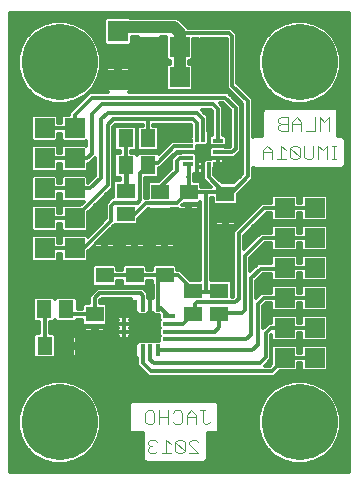
<source format=gbr>
G75*
G70*
%OFA0B0*%
%FSLAX24Y24*%
%IPPOS*%
%LPD*%
%AMOC8*
5,1,8,0,0,1.08239X$1,22.5*
%
%ADD10C,0.0040*%
%ADD11R,0.0340X0.0120*%
%ADD12R,0.0120X0.0340*%
%ADD13R,0.0394X0.0138*%
%ADD14R,0.0138X0.0394*%
%ADD15R,0.0591X0.0512*%
%ADD16R,0.0650X0.0650*%
%ADD17R,0.0512X0.0591*%
%ADD18C,0.2540*%
%ADD19R,0.0669X0.0709*%
%ADD20C,0.0120*%
%ADD21C,0.0400*%
%ADD22C,0.0160*%
D10*
X005467Y003107D02*
X005467Y003414D01*
X005543Y003490D01*
X005697Y003490D01*
X005773Y003414D01*
X005773Y003107D01*
X005697Y003030D01*
X005543Y003030D01*
X005467Y003107D01*
X005927Y003030D02*
X005927Y003490D01*
X005927Y003260D02*
X006234Y003260D01*
X006387Y003107D02*
X006464Y003030D01*
X006617Y003030D01*
X006694Y003107D01*
X006694Y003414D01*
X006617Y003490D01*
X006464Y003490D01*
X006387Y003414D01*
X006234Y003490D02*
X006234Y003030D01*
X006166Y002515D02*
X006166Y002055D01*
X006319Y002055D02*
X006012Y002055D01*
X005859Y002132D02*
X005782Y002055D01*
X005629Y002055D01*
X005552Y002132D01*
X005552Y002208D01*
X005629Y002285D01*
X005705Y002285D01*
X005629Y002285D02*
X005552Y002362D01*
X005552Y002439D01*
X005629Y002515D01*
X005782Y002515D01*
X005859Y002439D01*
X006166Y002515D02*
X006319Y002362D01*
X006473Y002439D02*
X006473Y002132D01*
X006549Y002055D01*
X006703Y002055D01*
X006780Y002132D01*
X006473Y002439D01*
X006549Y002515D01*
X006703Y002515D01*
X006780Y002439D01*
X006780Y002132D01*
X006933Y002055D02*
X007240Y002055D01*
X006933Y002362D01*
X006933Y002439D01*
X007010Y002515D01*
X007163Y002515D01*
X007240Y002439D01*
X007155Y003030D02*
X007155Y003337D01*
X007001Y003490D01*
X006848Y003337D01*
X006848Y003030D01*
X006848Y003260D02*
X007155Y003260D01*
X007308Y003490D02*
X007462Y003490D01*
X007385Y003490D02*
X007385Y003107D01*
X007462Y003030D01*
X007538Y003030D01*
X007615Y003107D01*
X009385Y011855D02*
X009385Y012162D01*
X009538Y012315D01*
X009692Y012162D01*
X009692Y011855D01*
X009845Y011855D02*
X010152Y011855D01*
X009998Y011855D02*
X009998Y012315D01*
X010152Y012162D01*
X010305Y012239D02*
X010612Y011932D01*
X010536Y011855D01*
X010382Y011855D01*
X010305Y011932D01*
X010305Y012239D01*
X010382Y012315D01*
X010536Y012315D01*
X010612Y012239D01*
X010612Y011932D01*
X010766Y011932D02*
X010766Y012315D01*
X011073Y012315D02*
X011073Y011932D01*
X010996Y011855D01*
X010842Y011855D01*
X010766Y011932D01*
X011226Y011855D02*
X011226Y012315D01*
X011380Y012162D01*
X011533Y012315D01*
X011533Y011855D01*
X011687Y011855D02*
X011840Y011855D01*
X011763Y011855D02*
X011763Y012315D01*
X011687Y012315D02*
X011840Y012315D01*
X011590Y012805D02*
X011590Y013265D01*
X011437Y013112D01*
X011283Y013265D01*
X011283Y012805D01*
X011130Y012805D02*
X010823Y012805D01*
X010669Y012805D02*
X010669Y013112D01*
X010516Y013265D01*
X010362Y013112D01*
X010362Y012805D01*
X010209Y012805D02*
X009979Y012805D01*
X009902Y012882D01*
X009902Y012958D01*
X009979Y013035D01*
X010209Y013035D01*
X010362Y013035D02*
X010669Y013035D01*
X011130Y013265D02*
X011130Y012805D01*
X010209Y012805D02*
X010209Y013265D01*
X009979Y013265D01*
X009902Y013189D01*
X009902Y013112D01*
X009979Y013035D01*
X009692Y012085D02*
X009385Y012085D01*
D11*
X007885Y012085D03*
X007885Y011885D03*
X007885Y011695D03*
X007885Y012285D03*
X007885Y012475D03*
X006885Y012475D03*
X006885Y012285D03*
X006885Y012085D03*
X006885Y011885D03*
X006885Y011695D03*
D12*
X007185Y011585D03*
X007385Y011585D03*
X007585Y011585D03*
X007585Y012585D03*
X007385Y012585D03*
X007185Y012585D03*
D13*
X006258Y006619D03*
X006258Y006363D03*
X006258Y006107D03*
X006258Y005851D03*
X004762Y005851D03*
X004762Y006107D03*
X004762Y006363D03*
X004762Y006619D03*
D14*
X005126Y006983D03*
X005382Y006983D03*
X005638Y006983D03*
X005894Y006983D03*
X005894Y005487D03*
X005638Y005487D03*
X005382Y005487D03*
X005126Y005487D03*
D15*
X003785Y005936D03*
X003785Y006684D03*
X004110Y007986D03*
X004110Y008734D03*
X005110Y008734D03*
X005110Y007986D03*
X006110Y007986D03*
X006110Y008734D03*
X005960Y010011D03*
X005960Y010759D03*
X006910Y010759D03*
X006910Y010011D03*
X008135Y009961D03*
X008135Y010709D03*
X007935Y007459D03*
X007935Y006711D03*
X007060Y006711D03*
X007060Y007459D03*
X004810Y010036D03*
X004810Y010784D03*
D16*
X003110Y010885D03*
X003110Y011885D03*
X003110Y012885D03*
X002110Y012885D03*
X002110Y011885D03*
X002110Y010885D03*
X002110Y009885D03*
X002110Y008885D03*
X003110Y008885D03*
X003110Y009885D03*
X005610Y014585D03*
X005610Y015585D03*
X006610Y015585D03*
X006610Y014585D03*
X007610Y014585D03*
X007610Y015585D03*
X010110Y010235D03*
X010110Y009235D03*
X010110Y008235D03*
X010110Y007235D03*
X010110Y006235D03*
X010110Y005235D03*
X011110Y005235D03*
X011110Y006235D03*
X011110Y007235D03*
X011110Y008235D03*
X011110Y009235D03*
X011110Y010235D03*
D17*
X005559Y011660D03*
X005559Y012560D03*
X004811Y012560D03*
X004811Y011660D03*
X002834Y006860D03*
X002086Y006860D03*
X002111Y005635D03*
X002859Y005635D03*
D18*
X002610Y003085D03*
X010610Y003085D03*
X010610Y015085D03*
X002610Y015085D03*
D19*
X004560Y014503D03*
X004560Y016117D03*
D20*
X000970Y016725D02*
X000970Y001445D01*
X012250Y001445D01*
X012250Y016725D01*
X000970Y016725D01*
X000970Y016609D02*
X012250Y016609D01*
X012250Y016490D02*
X006633Y016490D01*
X006591Y016531D02*
X006474Y016580D01*
X004956Y016580D01*
X004944Y016591D01*
X004176Y016591D01*
X004105Y016521D01*
X004105Y015713D01*
X004176Y015643D01*
X004944Y015643D01*
X005015Y015713D01*
X005015Y015940D01*
X005232Y015940D01*
X005225Y015922D01*
X005225Y015613D01*
X005582Y015613D01*
X005582Y015557D01*
X005638Y015557D01*
X005638Y015613D01*
X005995Y015613D01*
X005995Y015922D01*
X005988Y015940D01*
X006165Y015940D01*
X006165Y015210D01*
X006235Y015140D01*
X006290Y015140D01*
X006290Y015030D01*
X006235Y015030D01*
X006165Y014960D01*
X006165Y014210D01*
X006235Y014140D01*
X006985Y014140D01*
X007055Y014210D01*
X007055Y014960D01*
X006985Y015030D01*
X006930Y015030D01*
X006930Y015140D01*
X006985Y015140D01*
X007055Y015210D01*
X007055Y015880D01*
X007225Y015880D01*
X007225Y015613D01*
X007582Y015613D01*
X007582Y015557D01*
X007638Y015557D01*
X007638Y015613D01*
X007995Y015613D01*
X007995Y015880D01*
X008180Y015880D01*
X008180Y014235D01*
X008285Y014130D01*
X008705Y013710D01*
X008705Y011360D01*
X008430Y011085D01*
X008014Y011085D01*
X007765Y011334D01*
X007765Y011575D01*
X007885Y011575D01*
X008067Y011575D01*
X008089Y011584D01*
X008106Y011601D01*
X008115Y011623D01*
X008115Y011695D01*
X008115Y011767D01*
X008106Y011789D01*
X008105Y011790D01*
X008106Y011791D01*
X008115Y011813D01*
X008115Y011885D01*
X008115Y011905D01*
X008435Y011905D01*
X008560Y012030D01*
X008665Y012135D01*
X008665Y013635D01*
X008315Y013985D01*
X008210Y014090D01*
X004910Y014090D01*
X004929Y014098D01*
X004946Y014115D01*
X004955Y014137D01*
X004955Y014443D01*
X004620Y014443D01*
X004620Y014563D01*
X004500Y014563D01*
X004500Y014917D01*
X004213Y014917D01*
X004191Y014908D01*
X004174Y014891D01*
X004165Y014869D01*
X004165Y014563D01*
X004500Y014563D01*
X004500Y014443D01*
X004165Y014443D01*
X004165Y014137D01*
X004174Y014115D01*
X004191Y014098D01*
X004210Y014090D01*
X003610Y014090D01*
X003035Y013515D01*
X002930Y013410D01*
X002930Y013330D01*
X002735Y013330D01*
X002665Y013260D01*
X002665Y013065D01*
X002555Y013065D01*
X002555Y013260D01*
X002485Y013330D01*
X001735Y013330D01*
X001665Y013260D01*
X001665Y012510D01*
X001735Y012440D01*
X002485Y012440D01*
X002555Y012510D01*
X002555Y012705D01*
X002665Y012705D01*
X002665Y012510D01*
X002735Y012440D01*
X003485Y012440D01*
X003505Y012460D01*
X003505Y012310D01*
X003485Y012330D01*
X002735Y012330D01*
X002665Y012260D01*
X002665Y012065D01*
X002555Y012065D01*
X002555Y012260D01*
X002485Y012330D01*
X001735Y012330D01*
X001665Y012260D01*
X001665Y011510D01*
X001735Y011440D01*
X002485Y011440D01*
X002555Y011510D01*
X002555Y011705D01*
X002665Y011705D01*
X002665Y011510D01*
X002735Y011440D01*
X003485Y011440D01*
X003555Y011510D01*
X003555Y011705D01*
X003610Y011705D01*
X003805Y011900D01*
X003805Y011310D01*
X003560Y011065D01*
X003555Y011065D01*
X003555Y011260D01*
X003485Y011330D01*
X002735Y011330D01*
X002665Y011260D01*
X002665Y011065D01*
X002555Y011065D01*
X002555Y011260D01*
X002485Y011330D01*
X001735Y011330D01*
X001665Y011260D01*
X001665Y010510D01*
X001735Y010440D01*
X002485Y010440D01*
X002555Y010510D01*
X002555Y010705D01*
X002665Y010705D01*
X002665Y010510D01*
X002735Y010440D01*
X003410Y010440D01*
X003300Y010330D01*
X002735Y010330D01*
X002665Y010260D01*
X002665Y010065D01*
X002555Y010065D01*
X002555Y010260D01*
X002485Y010330D01*
X001735Y010330D01*
X001665Y010260D01*
X001665Y009510D01*
X001735Y009440D01*
X002485Y009440D01*
X002555Y009510D01*
X002555Y009705D01*
X002665Y009705D01*
X002665Y009510D01*
X002735Y009440D01*
X003485Y009440D01*
X003555Y009510D01*
X003555Y010075D01*
X004390Y010910D01*
X004390Y012935D01*
X004465Y012935D01*
X004435Y012905D02*
X004435Y012215D01*
X004505Y012145D01*
X004631Y012145D01*
X004631Y012075D01*
X004505Y012075D01*
X004435Y012005D01*
X004435Y011315D01*
X004505Y011245D01*
X004611Y011245D01*
X004611Y011160D01*
X004465Y011160D01*
X004395Y011090D01*
X004395Y010590D01*
X004360Y010590D01*
X004255Y010485D01*
X004155Y010385D01*
X004155Y009885D01*
X003543Y009272D01*
X003485Y009330D01*
X002735Y009330D01*
X002665Y009260D01*
X002665Y009065D01*
X002555Y009065D01*
X002555Y009260D01*
X002485Y009330D01*
X001735Y009330D01*
X001665Y009260D01*
X001665Y008510D01*
X001735Y008440D01*
X002485Y008440D01*
X002555Y008510D01*
X002555Y008705D01*
X002665Y008705D01*
X002665Y008510D01*
X002735Y008440D01*
X003485Y008440D01*
X003555Y008510D01*
X003555Y008775D01*
X003755Y008975D01*
X003755Y008794D01*
X004050Y008794D01*
X004050Y008674D01*
X004170Y008674D01*
X004170Y008418D01*
X004417Y008418D01*
X004439Y008427D01*
X004456Y008444D01*
X004465Y008466D01*
X004465Y008674D01*
X004170Y008674D01*
X004170Y008794D01*
X004465Y008794D01*
X004465Y009002D01*
X004456Y009024D01*
X004439Y009041D01*
X004417Y009050D01*
X004170Y009050D01*
X004170Y008794D01*
X004050Y008794D01*
X004050Y009050D01*
X003829Y009050D01*
X004410Y009630D01*
X004452Y009673D01*
X004465Y009660D01*
X005155Y009660D01*
X005225Y009730D01*
X005225Y009871D01*
X005560Y010205D01*
X005605Y010205D01*
X005605Y010071D01*
X005900Y010071D01*
X005900Y009951D01*
X005605Y009951D01*
X005605Y009743D01*
X005614Y009721D01*
X005631Y009704D01*
X005653Y009695D01*
X005900Y009695D01*
X005900Y009951D01*
X006020Y009951D01*
X006020Y010071D01*
X006315Y010071D01*
X006315Y010205D01*
X006555Y010205D01*
X006555Y010071D01*
X006850Y010071D01*
X006850Y010327D01*
X006706Y010327D01*
X006763Y010383D01*
X007255Y010383D01*
X007305Y010433D01*
X007305Y007835D01*
X006965Y007835D01*
X006634Y008166D01*
X006525Y008166D01*
X006525Y008292D01*
X006455Y008362D01*
X005765Y008362D01*
X005695Y008292D01*
X005695Y008166D01*
X005525Y008166D01*
X005525Y008292D01*
X005455Y008362D01*
X004765Y008362D01*
X004695Y008292D01*
X004695Y008166D01*
X004525Y008166D01*
X004525Y008292D01*
X004455Y008362D01*
X003765Y008362D01*
X003695Y008292D01*
X003695Y007680D01*
X003765Y007610D01*
X004455Y007610D01*
X004525Y007680D01*
X004525Y007806D01*
X004695Y007806D01*
X004695Y007680D01*
X004765Y007610D01*
X005455Y007610D01*
X005525Y007680D01*
X005525Y007806D01*
X005695Y007806D01*
X005695Y007680D01*
X005714Y007661D01*
X005714Y007240D01*
X005638Y007240D01*
X005638Y006983D01*
X005638Y006726D01*
X005715Y006726D01*
X005775Y006666D01*
X005941Y006666D01*
X005941Y006500D01*
X005951Y006491D01*
X005941Y006482D01*
X005941Y006244D01*
X005951Y006235D01*
X005941Y006226D01*
X005941Y005988D01*
X005951Y005979D01*
X005941Y005970D01*
X005941Y005804D01*
X005775Y005804D01*
X005766Y005794D01*
X005757Y005804D01*
X005519Y005804D01*
X005510Y005794D01*
X005501Y005804D01*
X005263Y005804D01*
X005203Y005744D01*
X005126Y005744D01*
X005045Y005744D01*
X005023Y005735D01*
X005006Y005718D01*
X004997Y005696D01*
X004997Y005487D01*
X005126Y005487D01*
X005126Y005487D01*
X004997Y005487D01*
X004997Y005278D01*
X005006Y005256D01*
X005023Y005239D01*
X005045Y005230D01*
X005126Y005230D01*
X005126Y005487D01*
X005126Y005744D01*
X005126Y005487D01*
X005126Y005487D01*
X005126Y005487D01*
X005126Y005230D01*
X005202Y005230D01*
X005202Y004988D01*
X005480Y004710D01*
X005585Y004605D01*
X009760Y004605D01*
X009945Y004790D01*
X010485Y004790D01*
X010555Y004860D01*
X010555Y005055D01*
X010665Y005055D01*
X010665Y004860D01*
X010735Y004790D01*
X011485Y004790D01*
X011555Y004860D01*
X011555Y005610D01*
X011485Y005680D01*
X010735Y005680D01*
X010665Y005610D01*
X010665Y005415D01*
X010555Y005415D01*
X010555Y005610D01*
X010485Y005680D01*
X009735Y005680D01*
X009665Y005610D01*
X009665Y005020D01*
X009610Y004965D01*
X009445Y004965D01*
X009560Y005080D01*
X009665Y005185D01*
X009665Y005985D01*
X009665Y005985D01*
X009665Y005860D01*
X009735Y005790D01*
X010485Y005790D01*
X010555Y005860D01*
X010555Y006055D01*
X010665Y006055D01*
X010665Y005860D01*
X010735Y005790D01*
X011485Y005790D01*
X011555Y005860D01*
X011555Y006610D01*
X011485Y006680D01*
X010735Y006680D01*
X010665Y006610D01*
X010665Y006415D01*
X010555Y006415D01*
X010555Y006610D01*
X010485Y006680D01*
X009735Y006680D01*
X009665Y006610D01*
X009665Y006415D01*
X009585Y006415D01*
X009480Y006310D01*
X009390Y006220D01*
X009390Y006960D01*
X009485Y007055D01*
X009665Y007055D01*
X009665Y006860D01*
X009735Y006790D01*
X010485Y006790D01*
X010555Y006860D01*
X010555Y007055D01*
X010665Y007055D01*
X010665Y006860D01*
X010735Y006790D01*
X011485Y006790D01*
X011555Y006860D01*
X011555Y007610D01*
X011485Y007680D01*
X010735Y007680D01*
X010665Y007610D01*
X010665Y007415D01*
X010555Y007415D01*
X010555Y007610D01*
X010485Y007680D01*
X009735Y007680D01*
X009665Y007610D01*
X009665Y007415D01*
X009335Y007415D01*
X009230Y007310D01*
X009165Y007245D01*
X009165Y007810D01*
X009385Y008030D01*
X009665Y008030D01*
X009665Y007860D01*
X009735Y007790D01*
X010485Y007790D01*
X010555Y007860D01*
X010555Y008055D01*
X010665Y008055D01*
X010665Y007860D01*
X010735Y007790D01*
X011485Y007790D01*
X011555Y007860D01*
X011555Y008610D01*
X011485Y008680D01*
X010735Y008680D01*
X010665Y008610D01*
X010665Y008415D01*
X010555Y008415D01*
X010555Y008610D01*
X010485Y008680D01*
X009735Y008680D01*
X009665Y008610D01*
X009665Y008390D01*
X009235Y008390D01*
X009130Y008285D01*
X008965Y008120D01*
X008965Y008560D01*
X009460Y009055D01*
X009665Y009055D01*
X009665Y008860D01*
X009735Y008790D01*
X010485Y008790D01*
X010555Y008860D01*
X010555Y009055D01*
X010665Y009055D01*
X010665Y008860D01*
X010735Y008790D01*
X011485Y008790D01*
X011555Y008860D01*
X011555Y009610D01*
X011485Y009680D01*
X010735Y009680D01*
X010665Y009610D01*
X010665Y009415D01*
X010555Y009415D01*
X010555Y009610D01*
X010485Y009680D01*
X009735Y009680D01*
X009665Y009610D01*
X009665Y009415D01*
X009310Y009415D01*
X009205Y009310D01*
X008765Y008870D01*
X008765Y009310D01*
X009510Y010055D01*
X009665Y010055D01*
X009665Y009860D01*
X009735Y009790D01*
X010485Y009790D01*
X010555Y009860D01*
X010555Y010055D01*
X010665Y010055D01*
X010665Y009860D01*
X010735Y009790D01*
X011485Y009790D01*
X011555Y009860D01*
X011555Y010610D01*
X011485Y010680D01*
X010735Y010680D01*
X010665Y010610D01*
X010665Y010415D01*
X010555Y010415D01*
X010555Y010610D01*
X010485Y010680D01*
X009735Y010680D01*
X009665Y010610D01*
X009665Y010415D01*
X009360Y010415D01*
X009255Y010310D01*
X008510Y009565D01*
X008405Y009460D01*
X008405Y007285D01*
X008385Y007265D01*
X008350Y007265D01*
X008350Y007765D01*
X008280Y007835D01*
X007665Y007835D01*
X007665Y010580D01*
X007720Y010580D01*
X007720Y010403D01*
X007790Y010333D01*
X008480Y010333D01*
X008550Y010403D01*
X008550Y010696D01*
X008960Y011105D01*
X009065Y011210D01*
X009065Y011556D01*
X009079Y011551D01*
X009097Y011548D01*
X012036Y011548D01*
X012055Y011551D01*
X012073Y011557D01*
X012090Y011566D01*
X012105Y011577D01*
X012118Y011590D01*
X012129Y011605D01*
X012138Y011622D01*
X012144Y011640D01*
X012147Y011659D01*
X012147Y012511D01*
X012144Y012530D01*
X012138Y012548D01*
X012129Y012565D01*
X012118Y012580D01*
X012105Y012593D01*
X012090Y012604D01*
X012073Y012613D01*
X012055Y012619D01*
X012036Y012622D01*
X011897Y012622D01*
X011897Y013461D01*
X011894Y013480D01*
X011888Y013498D01*
X011879Y013515D01*
X011868Y013530D01*
X011855Y013543D01*
X011840Y013554D01*
X011823Y013563D01*
X011805Y013569D01*
X011786Y013572D01*
X009484Y013572D01*
X009465Y013569D01*
X009447Y013563D01*
X009430Y013554D01*
X009415Y013543D01*
X009401Y013530D01*
X009390Y013515D01*
X009382Y013498D01*
X009376Y013480D01*
X009373Y013461D01*
X009373Y012622D01*
X009097Y012622D01*
X009079Y012619D01*
X009065Y012614D01*
X009065Y013860D01*
X008540Y014385D01*
X008540Y016035D01*
X008435Y016140D01*
X008435Y016140D01*
X008335Y016240D01*
X006882Y016240D01*
X006881Y016241D01*
X006791Y016331D01*
X006681Y016441D01*
X006681Y016441D01*
X006591Y016531D01*
X006751Y016372D02*
X010058Y016372D01*
X010073Y016380D02*
X009757Y016197D01*
X009498Y015938D01*
X009315Y015622D01*
X009220Y015268D01*
X009220Y014902D01*
X009315Y014548D01*
X009498Y014232D01*
X009757Y013973D01*
X010073Y013790D01*
X010427Y013695D01*
X010793Y013695D01*
X011147Y013790D01*
X011463Y013973D01*
X011722Y014232D01*
X011905Y014548D01*
X012000Y014902D01*
X012000Y015268D01*
X011905Y015622D01*
X011722Y015938D01*
X011463Y016197D01*
X011147Y016380D01*
X010793Y016475D01*
X010427Y016475D01*
X010073Y016380D01*
X009853Y016253D02*
X006870Y016253D01*
X006791Y016331D02*
X006791Y016331D01*
X006610Y016060D02*
X008260Y016060D01*
X008360Y015960D01*
X008360Y014310D01*
X008885Y013785D01*
X008885Y011285D01*
X008310Y010710D01*
X008185Y010710D01*
X008185Y010735D01*
X008210Y010710D01*
X008185Y010710D02*
X008160Y010735D01*
X008185Y010735D01*
X008160Y010735D02*
X008135Y010710D01*
X008135Y010709D01*
X007585Y011259D01*
X007585Y011585D01*
X007765Y011513D02*
X008705Y011513D01*
X008705Y011395D02*
X007765Y011395D01*
X007823Y011276D02*
X008621Y011276D01*
X008503Y011158D02*
X007941Y011158D01*
X007649Y010940D02*
X007325Y010940D01*
X007325Y011065D01*
X007255Y011135D01*
X007090Y011135D01*
X007090Y011365D01*
X007091Y011364D01*
X007113Y011355D01*
X007185Y011355D01*
X007257Y011355D01*
X007279Y011364D01*
X007285Y011370D01*
X007291Y011364D01*
X007313Y011355D01*
X007385Y011355D01*
X007405Y011355D01*
X007405Y011184D01*
X007649Y010940D01*
X007550Y011039D02*
X007325Y011039D01*
X007432Y011158D02*
X007090Y011158D01*
X007090Y011276D02*
X007405Y011276D01*
X007385Y011355D02*
X007385Y011585D01*
X007385Y011585D01*
X007385Y011815D01*
X007415Y011815D01*
X007475Y011875D01*
X007655Y011875D01*
X007655Y011885D01*
X007885Y011885D01*
X008115Y011885D01*
X007885Y011885D01*
X007885Y011885D01*
X007885Y011695D01*
X008115Y011695D01*
X007885Y011695D01*
X007885Y011695D01*
X007885Y011695D01*
X007885Y011575D01*
X007885Y011695D01*
X007885Y011695D01*
X007885Y011765D01*
X007885Y011885D01*
X007885Y011885D01*
X007885Y011885D01*
X007655Y011885D01*
X007655Y011915D01*
X007595Y011975D01*
X007595Y012195D01*
X007655Y012255D01*
X007655Y012285D01*
X007885Y012285D01*
X008115Y012285D01*
X008115Y012305D01*
X008175Y012365D01*
X008175Y012585D01*
X008105Y012655D01*
X008065Y012655D01*
X008065Y013610D01*
X007945Y013730D01*
X008060Y013730D01*
X008305Y013485D01*
X008305Y012285D01*
X008285Y012265D01*
X008115Y012265D01*
X008115Y012285D01*
X007885Y012285D01*
X007885Y012285D01*
X007885Y012285D01*
X007655Y012285D01*
X007655Y012305D01*
X007605Y012355D01*
X007585Y012355D01*
X007585Y012585D01*
X007585Y012585D01*
X007585Y012815D01*
X007657Y012815D01*
X007679Y012806D01*
X007696Y012789D01*
X007705Y012767D01*
X007705Y012655D01*
X007705Y012655D01*
X007705Y013460D01*
X007660Y013505D01*
X007345Y013505D01*
X007365Y013485D01*
X007565Y013285D01*
X007565Y012815D01*
X007585Y012815D01*
X007585Y012585D01*
X007585Y012585D01*
X007585Y012355D01*
X007555Y012355D01*
X007495Y012295D01*
X007175Y012295D01*
X007175Y012175D01*
X007115Y012115D01*
X007115Y012085D01*
X006885Y012085D01*
X006885Y012085D01*
X006885Y012085D01*
X006655Y012085D01*
X006655Y012105D01*
X006510Y012105D01*
X006065Y011660D01*
X005960Y011555D01*
X005935Y011555D01*
X005935Y011315D01*
X005865Y011245D01*
X005465Y011245D01*
X005465Y010565D01*
X005545Y010565D01*
X005465Y010565D01*
X005545Y010565D02*
X005545Y011065D01*
X005615Y011135D01*
X005930Y011135D01*
X006330Y011535D01*
X006330Y011860D01*
X006430Y011960D01*
X006535Y012065D01*
X006655Y012065D01*
X006655Y012085D01*
X006885Y012085D01*
X007115Y012085D01*
X007115Y012055D01*
X007175Y011995D01*
X007175Y011815D01*
X007185Y011815D01*
X007185Y011585D01*
X007185Y011585D01*
X007305Y011585D01*
X007385Y011585D01*
X007385Y011585D01*
X007385Y011815D01*
X007313Y011815D01*
X007291Y011806D01*
X007285Y011800D01*
X007279Y011806D01*
X007257Y011815D01*
X007185Y011815D01*
X007185Y011585D01*
X007185Y011585D01*
X007185Y011355D01*
X007185Y011585D01*
X007185Y011585D01*
X007385Y011585D01*
X007385Y011585D01*
X007385Y011355D01*
X007385Y011395D02*
X007385Y011395D01*
X007385Y011513D02*
X007385Y011513D01*
X007385Y011632D02*
X007385Y011632D01*
X007385Y011750D02*
X007385Y011750D01*
X007469Y011869D02*
X007175Y011869D01*
X007175Y011987D02*
X007595Y011987D01*
X007595Y012106D02*
X007115Y012106D01*
X007175Y012224D02*
X007624Y012224D01*
X007618Y012343D02*
X007542Y012343D01*
X007585Y012461D02*
X007585Y012461D01*
X007585Y012580D02*
X007585Y012580D01*
X007585Y012698D02*
X007585Y012698D01*
X007705Y012698D02*
X007705Y012698D01*
X007705Y012817D02*
X007565Y012817D01*
X007565Y012935D02*
X007705Y012935D01*
X007705Y013054D02*
X007565Y013054D01*
X007565Y013172D02*
X007705Y013172D01*
X007705Y013291D02*
X007559Y013291D01*
X007441Y013409D02*
X007705Y013409D01*
X007885Y013535D02*
X007735Y013685D01*
X004010Y013685D01*
X003685Y013360D01*
X003685Y012035D01*
X003535Y011885D01*
X003110Y011885D01*
X002110Y011885D01*
X001665Y011869D02*
X000970Y011869D01*
X000970Y011987D02*
X001665Y011987D01*
X001665Y012106D02*
X000970Y012106D01*
X000970Y012224D02*
X001665Y012224D01*
X001714Y012461D02*
X000970Y012461D01*
X000970Y012343D02*
X003505Y012343D01*
X003773Y011869D02*
X003805Y011869D01*
X003805Y011750D02*
X003655Y011750D01*
X003555Y011632D02*
X003805Y011632D01*
X003805Y011513D02*
X003555Y011513D01*
X003805Y011395D02*
X000970Y011395D01*
X000970Y011513D02*
X001665Y011513D01*
X001665Y011632D02*
X000970Y011632D01*
X000970Y011750D02*
X001665Y011750D01*
X001681Y011276D02*
X000970Y011276D01*
X000970Y011158D02*
X001665Y011158D01*
X001665Y011039D02*
X000970Y011039D01*
X000970Y010921D02*
X001665Y010921D01*
X001665Y010802D02*
X000970Y010802D01*
X000970Y010684D02*
X001665Y010684D01*
X001665Y010565D02*
X000970Y010565D01*
X000970Y010447D02*
X001729Y010447D01*
X001733Y010328D02*
X000970Y010328D01*
X000970Y010210D02*
X001665Y010210D01*
X001665Y010091D02*
X000970Y010091D01*
X000970Y009973D02*
X001665Y009973D01*
X001665Y009854D02*
X000970Y009854D01*
X000970Y009736D02*
X001665Y009736D01*
X001665Y009617D02*
X000970Y009617D01*
X000970Y009499D02*
X001677Y009499D01*
X001667Y009262D02*
X000970Y009262D01*
X000970Y009380D02*
X003650Y009380D01*
X003543Y009499D02*
X003769Y009499D01*
X003887Y009617D02*
X003555Y009617D01*
X003555Y009736D02*
X004006Y009736D01*
X004124Y009854D02*
X003555Y009854D01*
X003555Y009973D02*
X004155Y009973D01*
X004155Y010091D02*
X003571Y010091D01*
X003689Y010210D02*
X004155Y010210D01*
X004155Y010328D02*
X003808Y010328D01*
X003926Y010447D02*
X004217Y010447D01*
X004335Y010565D02*
X004045Y010565D01*
X004163Y010684D02*
X004395Y010684D01*
X004395Y010802D02*
X004282Y010802D01*
X004390Y010921D02*
X004395Y010921D01*
X004390Y011039D02*
X004395Y011039D01*
X004390Y011158D02*
X004463Y011158D01*
X004474Y011276D02*
X004390Y011276D01*
X004390Y011395D02*
X004435Y011395D01*
X004435Y011513D02*
X004390Y011513D01*
X004390Y011632D02*
X004435Y011632D01*
X004435Y011750D02*
X004390Y011750D01*
X004390Y011869D02*
X004435Y011869D01*
X004435Y011987D02*
X004390Y011987D01*
X004390Y012106D02*
X004631Y012106D01*
X004435Y012224D02*
X004390Y012224D01*
X004390Y012343D02*
X004435Y012343D01*
X004435Y012461D02*
X004390Y012461D01*
X004390Y012580D02*
X004435Y012580D01*
X004435Y012698D02*
X004390Y012698D01*
X004390Y012817D02*
X004435Y012817D01*
X004435Y012905D02*
X004505Y012975D01*
X005117Y012975D01*
X005185Y012907D01*
X005253Y012975D01*
X005379Y012975D01*
X005379Y013005D01*
X004460Y013005D01*
X004390Y012935D01*
X004210Y013010D02*
X004385Y013185D01*
X005560Y013185D01*
X005559Y013184D01*
X005559Y012560D01*
X005935Y012580D02*
X006675Y012580D01*
X006681Y012586D02*
X006664Y012569D01*
X006655Y012547D01*
X006655Y012475D01*
X006885Y012475D01*
X006150Y012475D01*
X006035Y012360D01*
X006035Y012235D01*
X005910Y012110D01*
X005235Y012110D01*
X005185Y012160D01*
X005185Y012960D01*
X005160Y012985D01*
X005157Y012935D02*
X005213Y012935D01*
X005560Y013185D02*
X007060Y013185D01*
X007185Y013060D01*
X007185Y012585D01*
X007005Y012595D02*
X006885Y012595D01*
X006885Y012475D01*
X006885Y012475D01*
X006885Y012475D01*
X006885Y012595D01*
X006703Y012595D01*
X006681Y012586D01*
X006655Y012475D02*
X006655Y012465D01*
X006360Y012465D01*
X005918Y012022D01*
X005865Y012075D01*
X005253Y012075D01*
X005185Y012007D01*
X005117Y012075D01*
X004991Y012075D01*
X004991Y012145D01*
X005117Y012145D01*
X005185Y012213D01*
X005253Y012145D01*
X005865Y012145D01*
X005935Y012215D01*
X005935Y012905D01*
X005865Y012975D01*
X005739Y012975D01*
X005739Y013005D01*
X006985Y013005D01*
X007005Y012985D01*
X007005Y012595D01*
X007005Y012698D02*
X005935Y012698D01*
X005935Y012817D02*
X007005Y012817D01*
X007005Y012935D02*
X005905Y012935D01*
X005935Y012461D02*
X006356Y012461D01*
X006238Y012343D02*
X005935Y012343D01*
X005935Y012224D02*
X006119Y012224D01*
X006001Y012106D02*
X004991Y012106D01*
X004835Y011685D02*
X004811Y011661D01*
X004810Y011660D01*
X004811Y011661D02*
X004811Y012560D01*
X004210Y013010D02*
X004210Y010985D01*
X003110Y009885D01*
X002110Y009885D01*
X002487Y010328D02*
X002733Y010328D01*
X002729Y010447D02*
X002491Y010447D01*
X002555Y010565D02*
X002665Y010565D01*
X002665Y010684D02*
X002555Y010684D01*
X002555Y011158D02*
X002665Y011158D01*
X002681Y011276D02*
X002539Y011276D01*
X002555Y011513D02*
X002665Y011513D01*
X002665Y011632D02*
X002555Y011632D01*
X002555Y012106D02*
X002665Y012106D01*
X002665Y012224D02*
X002555Y012224D01*
X002506Y012461D02*
X002714Y012461D01*
X002665Y012580D02*
X002555Y012580D01*
X002555Y012698D02*
X002665Y012698D01*
X002665Y013172D02*
X002555Y013172D01*
X002524Y013291D02*
X002696Y013291D01*
X002930Y013409D02*
X000970Y013409D01*
X000970Y013291D02*
X001696Y013291D01*
X001665Y013172D02*
X000970Y013172D01*
X000970Y013054D02*
X001665Y013054D01*
X001665Y012935D02*
X000970Y012935D01*
X000970Y012817D02*
X001665Y012817D01*
X001665Y012698D02*
X000970Y012698D01*
X000970Y012580D02*
X001665Y012580D01*
X002110Y012885D02*
X003110Y012885D01*
X003110Y013335D01*
X003685Y013910D01*
X008135Y013910D01*
X008485Y013560D01*
X008485Y012210D01*
X008360Y012085D01*
X007885Y012085D01*
X007885Y011869D02*
X007885Y011869D01*
X007885Y011750D02*
X007885Y011750D01*
X007885Y011632D02*
X007885Y011632D01*
X008115Y011632D02*
X008705Y011632D01*
X008705Y011750D02*
X008115Y011750D01*
X008115Y011869D02*
X008705Y011869D01*
X008705Y011987D02*
X008517Y011987D01*
X008635Y012106D02*
X008705Y012106D01*
X008705Y012224D02*
X008665Y012224D01*
X008665Y012343D02*
X008705Y012343D01*
X008705Y012461D02*
X008665Y012461D01*
X008665Y012580D02*
X008705Y012580D01*
X008705Y012698D02*
X008665Y012698D01*
X008665Y012817D02*
X008705Y012817D01*
X008705Y012935D02*
X008665Y012935D01*
X008665Y013054D02*
X008705Y013054D01*
X008705Y013172D02*
X008665Y013172D01*
X008665Y013291D02*
X008705Y013291D01*
X008705Y013409D02*
X008665Y013409D01*
X008665Y013528D02*
X008705Y013528D01*
X008705Y013646D02*
X008654Y013646D01*
X008651Y013765D02*
X008535Y013765D01*
X008532Y013883D02*
X008417Y013883D01*
X008414Y014002D02*
X008298Y014002D01*
X008295Y014120D02*
X004948Y014120D01*
X004955Y014239D02*
X005229Y014239D01*
X005225Y014248D02*
X005234Y014226D01*
X005251Y014209D01*
X005273Y014200D01*
X005582Y014200D01*
X005582Y014557D01*
X005225Y014557D01*
X005225Y014248D01*
X005225Y014357D02*
X004955Y014357D01*
X004955Y014563D02*
X004955Y014869D01*
X004946Y014891D01*
X004929Y014908D01*
X004907Y014917D01*
X004620Y014917D01*
X004620Y014563D01*
X004955Y014563D01*
X004955Y014594D02*
X005582Y014594D01*
X005582Y014613D02*
X005582Y014557D01*
X005638Y014557D01*
X005638Y014613D01*
X005582Y014613D01*
X005582Y014970D01*
X005273Y014970D01*
X005251Y014961D01*
X005234Y014944D01*
X005225Y014922D01*
X005225Y014613D01*
X005582Y014613D01*
X005638Y014613D02*
X005638Y014970D01*
X005947Y014970D01*
X005969Y014961D01*
X005986Y014944D01*
X005995Y014922D01*
X005995Y014613D01*
X005638Y014613D01*
X005638Y014594D02*
X006165Y014594D01*
X006165Y014476D02*
X005995Y014476D01*
X005995Y014557D02*
X005995Y014248D01*
X005986Y014226D01*
X005969Y014209D01*
X005947Y014200D01*
X005638Y014200D01*
X005638Y014557D01*
X005995Y014557D01*
X005995Y014713D02*
X006165Y014713D01*
X006165Y014831D02*
X005995Y014831D01*
X005980Y014950D02*
X006165Y014950D01*
X006290Y015068D02*
X004000Y015068D01*
X004000Y014950D02*
X005240Y014950D01*
X005225Y014831D02*
X004955Y014831D01*
X004955Y014713D02*
X005225Y014713D01*
X005225Y014476D02*
X004620Y014476D01*
X004620Y014594D02*
X004500Y014594D01*
X004500Y014476D02*
X003863Y014476D01*
X003905Y014548D02*
X004000Y014902D01*
X004000Y015268D01*
X003905Y015622D01*
X003722Y015938D01*
X003463Y016197D01*
X003147Y016380D01*
X002793Y016475D01*
X002427Y016475D01*
X002073Y016380D01*
X001757Y016197D01*
X001498Y015938D01*
X001315Y015622D01*
X001220Y015268D01*
X001220Y014902D01*
X001315Y014548D01*
X001498Y014232D01*
X001757Y013973D01*
X002073Y013790D01*
X002427Y013695D01*
X002793Y013695D01*
X003147Y013790D01*
X003463Y013973D01*
X003722Y014232D01*
X003905Y014548D01*
X003917Y014594D02*
X004165Y014594D01*
X004165Y014713D02*
X003949Y014713D01*
X003981Y014831D02*
X004165Y014831D01*
X004000Y015187D02*
X006189Y015187D01*
X006165Y015305D02*
X005995Y015305D01*
X005995Y015248D02*
X005995Y015557D01*
X005638Y015557D01*
X005638Y015200D01*
X005947Y015200D01*
X005969Y015209D01*
X005986Y015226D01*
X005995Y015248D01*
X005995Y015424D02*
X006165Y015424D01*
X006165Y015542D02*
X005995Y015542D01*
X005995Y015661D02*
X006165Y015661D01*
X006165Y015779D02*
X005995Y015779D01*
X005995Y015898D02*
X006165Y015898D01*
X006035Y016260D02*
X006110Y016335D01*
X005638Y015542D02*
X005582Y015542D01*
X005582Y015557D02*
X005582Y015200D01*
X005273Y015200D01*
X005251Y015209D01*
X005234Y015226D01*
X005225Y015248D01*
X005225Y015557D01*
X005582Y015557D01*
X005582Y015424D02*
X005638Y015424D01*
X005638Y015305D02*
X005582Y015305D01*
X005582Y014950D02*
X005638Y014950D01*
X005638Y014831D02*
X005582Y014831D01*
X005582Y014713D02*
X005638Y014713D01*
X005638Y014476D02*
X005582Y014476D01*
X005582Y014357D02*
X005638Y014357D01*
X005638Y014239D02*
X005582Y014239D01*
X005991Y014239D02*
X006165Y014239D01*
X006165Y014357D02*
X005995Y014357D01*
X006930Y015068D02*
X008180Y015068D01*
X008180Y014950D02*
X007980Y014950D01*
X007986Y014944D02*
X007969Y014961D01*
X007947Y014970D01*
X007638Y014970D01*
X007638Y014613D01*
X007582Y014613D01*
X007582Y014970D01*
X007273Y014970D01*
X007251Y014961D01*
X007234Y014944D01*
X007225Y014922D01*
X007225Y014613D01*
X007582Y014613D01*
X007582Y014557D01*
X007225Y014557D01*
X007225Y014248D01*
X007234Y014226D01*
X007251Y014209D01*
X007273Y014200D01*
X007582Y014200D01*
X007582Y014557D01*
X007638Y014557D01*
X007638Y014613D01*
X007995Y014613D01*
X007995Y014922D01*
X007986Y014944D01*
X007995Y014831D02*
X008180Y014831D01*
X008180Y014713D02*
X007995Y014713D01*
X007995Y014557D02*
X007638Y014557D01*
X007638Y014200D01*
X007947Y014200D01*
X007969Y014209D01*
X007986Y014226D01*
X007995Y014248D01*
X007995Y014557D01*
X007995Y014476D02*
X008180Y014476D01*
X008180Y014594D02*
X007638Y014594D01*
X007582Y014594D02*
X007055Y014594D01*
X007055Y014476D02*
X007225Y014476D01*
X007225Y014357D02*
X007055Y014357D01*
X007055Y014239D02*
X007229Y014239D01*
X007582Y014239D02*
X007638Y014239D01*
X007638Y014357D02*
X007582Y014357D01*
X007582Y014476D02*
X007638Y014476D01*
X007638Y014713D02*
X007582Y014713D01*
X007582Y014831D02*
X007638Y014831D01*
X007638Y014950D02*
X007582Y014950D01*
X007582Y015200D02*
X007582Y015557D01*
X007225Y015557D01*
X007225Y015248D01*
X007234Y015226D01*
X007251Y015209D01*
X007273Y015200D01*
X007582Y015200D01*
X007638Y015200D02*
X007947Y015200D01*
X007969Y015209D01*
X007986Y015226D01*
X007995Y015248D01*
X007995Y015557D01*
X007638Y015557D01*
X007638Y015200D01*
X007638Y015305D02*
X007582Y015305D01*
X007582Y015424D02*
X007638Y015424D01*
X007638Y015542D02*
X007582Y015542D01*
X007225Y015542D02*
X007055Y015542D01*
X007055Y015424D02*
X007225Y015424D01*
X007225Y015305D02*
X007055Y015305D01*
X007031Y015187D02*
X008180Y015187D01*
X008180Y015305D02*
X007995Y015305D01*
X007995Y015424D02*
X008180Y015424D01*
X008180Y015542D02*
X007995Y015542D01*
X007995Y015661D02*
X008180Y015661D01*
X008180Y015779D02*
X007995Y015779D01*
X008440Y016135D02*
X009694Y016135D01*
X009575Y016016D02*
X008540Y016016D01*
X008540Y015898D02*
X009474Y015898D01*
X009406Y015779D02*
X008540Y015779D01*
X008540Y015661D02*
X009337Y015661D01*
X009293Y015542D02*
X008540Y015542D01*
X008540Y015424D02*
X009262Y015424D01*
X009230Y015305D02*
X008540Y015305D01*
X008540Y015187D02*
X009220Y015187D01*
X009220Y015068D02*
X008540Y015068D01*
X008540Y014950D02*
X009220Y014950D01*
X009239Y014831D02*
X008540Y014831D01*
X008540Y014713D02*
X009271Y014713D01*
X009303Y014594D02*
X008540Y014594D01*
X008540Y014476D02*
X009357Y014476D01*
X009425Y014357D02*
X008568Y014357D01*
X008686Y014239D02*
X009494Y014239D01*
X009609Y014120D02*
X008805Y014120D01*
X008923Y014002D02*
X009728Y014002D01*
X009912Y013883D02*
X009042Y013883D01*
X009065Y013765D02*
X010168Y013765D01*
X009400Y013528D02*
X009065Y013528D01*
X009065Y013646D02*
X012250Y013646D01*
X012250Y013528D02*
X011870Y013528D01*
X011897Y013409D02*
X012250Y013409D01*
X012250Y013291D02*
X011897Y013291D01*
X011897Y013172D02*
X012250Y013172D01*
X012250Y013054D02*
X011897Y013054D01*
X011897Y012935D02*
X012250Y012935D01*
X012250Y012817D02*
X011897Y012817D01*
X011897Y012698D02*
X012250Y012698D01*
X012250Y012580D02*
X012118Y012580D01*
X012147Y012461D02*
X012250Y012461D01*
X012250Y012343D02*
X012147Y012343D01*
X012147Y012224D02*
X012250Y012224D01*
X012250Y012106D02*
X012147Y012106D01*
X012147Y011987D02*
X012250Y011987D01*
X012250Y011869D02*
X012147Y011869D01*
X012147Y011750D02*
X012250Y011750D01*
X012250Y011632D02*
X012141Y011632D01*
X012250Y011513D02*
X009065Y011513D01*
X009065Y011395D02*
X012250Y011395D01*
X012250Y011276D02*
X009065Y011276D01*
X009012Y011158D02*
X012250Y011158D01*
X012250Y011039D02*
X008894Y011039D01*
X008775Y010921D02*
X012250Y010921D01*
X012250Y010802D02*
X008657Y010802D01*
X008550Y010684D02*
X012250Y010684D01*
X012250Y010565D02*
X011555Y010565D01*
X011555Y010447D02*
X012250Y010447D01*
X012250Y010328D02*
X011555Y010328D01*
X011555Y010210D02*
X012250Y010210D01*
X012250Y010091D02*
X011555Y010091D01*
X011555Y009973D02*
X012250Y009973D01*
X012250Y009854D02*
X011549Y009854D01*
X011548Y009617D02*
X012250Y009617D01*
X012250Y009499D02*
X011555Y009499D01*
X011555Y009380D02*
X012250Y009380D01*
X012250Y009262D02*
X011555Y009262D01*
X011555Y009143D02*
X012250Y009143D01*
X012250Y009025D02*
X011555Y009025D01*
X011555Y008906D02*
X012250Y008906D01*
X012250Y008788D02*
X009192Y008788D01*
X009311Y008906D02*
X009665Y008906D01*
X009665Y009025D02*
X009429Y009025D01*
X009385Y009235D02*
X010110Y009235D01*
X011110Y009235D01*
X010665Y009025D02*
X010555Y009025D01*
X010555Y008906D02*
X010665Y008906D01*
X010724Y008669D02*
X010496Y008669D01*
X010555Y008551D02*
X010665Y008551D01*
X010665Y008432D02*
X010555Y008432D01*
X010555Y007958D02*
X010665Y007958D01*
X010686Y007840D02*
X010534Y007840D01*
X010555Y007603D02*
X010665Y007603D01*
X010665Y007484D02*
X010555Y007484D01*
X010555Y007010D02*
X010665Y007010D01*
X010665Y006892D02*
X010555Y006892D01*
X010510Y006655D02*
X010710Y006655D01*
X010665Y006536D02*
X010555Y006536D01*
X010555Y006418D02*
X010665Y006418D01*
X010665Y005944D02*
X010555Y005944D01*
X010520Y005825D02*
X010700Y005825D01*
X010665Y005588D02*
X010555Y005588D01*
X010555Y005470D02*
X010665Y005470D01*
X010665Y004996D02*
X010555Y004996D01*
X010555Y004877D02*
X010665Y004877D01*
X010793Y004475D02*
X010427Y004475D01*
X010073Y004380D01*
X009757Y004197D01*
X009498Y003938D01*
X009315Y003622D01*
X009220Y003268D01*
X009220Y002902D01*
X009315Y002548D01*
X009498Y002232D01*
X009757Y001973D01*
X010073Y001790D01*
X010427Y001695D01*
X010793Y001695D01*
X011147Y001790D01*
X011463Y001973D01*
X011722Y002232D01*
X011905Y002548D01*
X012000Y002902D01*
X012000Y003268D01*
X011905Y003622D01*
X011722Y003938D01*
X011463Y004197D01*
X011147Y004380D01*
X010793Y004475D01*
X011062Y004403D02*
X012250Y004403D01*
X012250Y004285D02*
X011312Y004285D01*
X011495Y004166D02*
X012250Y004166D01*
X012250Y004048D02*
X011613Y004048D01*
X011728Y003929D02*
X012250Y003929D01*
X012250Y003811D02*
X011796Y003811D01*
X011865Y003692D02*
X012250Y003692D01*
X012250Y003574D02*
X011918Y003574D01*
X011950Y003455D02*
X012250Y003455D01*
X012250Y003337D02*
X011982Y003337D01*
X012000Y003218D02*
X012250Y003218D01*
X012250Y003100D02*
X012000Y003100D01*
X012000Y002981D02*
X012250Y002981D01*
X012250Y002863D02*
X011989Y002863D01*
X011958Y002744D02*
X012250Y002744D01*
X012250Y002626D02*
X011926Y002626D01*
X011881Y002507D02*
X012250Y002507D01*
X012250Y002389D02*
X011813Y002389D01*
X011744Y002270D02*
X012250Y002270D01*
X012250Y002152D02*
X011642Y002152D01*
X011524Y002033D02*
X012250Y002033D01*
X012250Y001915D02*
X011363Y001915D01*
X011157Y001796D02*
X012250Y001796D01*
X012250Y001678D02*
X000970Y001678D01*
X000970Y001796D02*
X002063Y001796D01*
X002073Y001790D02*
X002427Y001695D01*
X002793Y001695D01*
X003147Y001790D01*
X003463Y001973D01*
X003722Y002232D01*
X003905Y002548D01*
X004000Y002902D01*
X004000Y003268D01*
X003905Y003622D01*
X003722Y003938D01*
X003463Y004197D01*
X003147Y004380D01*
X002793Y004475D01*
X002427Y004475D01*
X002073Y004380D01*
X001757Y004197D01*
X001498Y003938D01*
X001315Y003622D01*
X001220Y003268D01*
X001220Y002902D01*
X001315Y002548D01*
X001498Y002232D01*
X001757Y001973D01*
X002073Y001790D01*
X001857Y001915D02*
X000970Y001915D01*
X000970Y002033D02*
X001696Y002033D01*
X001578Y002152D02*
X000970Y002152D01*
X000970Y002270D02*
X001476Y002270D01*
X001407Y002389D02*
X000970Y002389D01*
X000970Y002507D02*
X001339Y002507D01*
X001294Y002626D02*
X000970Y002626D01*
X000970Y002744D02*
X001262Y002744D01*
X001231Y002863D02*
X000970Y002863D01*
X000970Y002981D02*
X001220Y002981D01*
X001220Y003100D02*
X000970Y003100D01*
X000970Y003218D02*
X001220Y003218D01*
X001238Y003337D02*
X000970Y003337D01*
X000970Y003455D02*
X001270Y003455D01*
X001302Y003574D02*
X000970Y003574D01*
X000970Y003692D02*
X001355Y003692D01*
X001424Y003811D02*
X000970Y003811D01*
X000970Y003929D02*
X001492Y003929D01*
X001607Y004048D02*
X000970Y004048D01*
X000970Y004166D02*
X001725Y004166D01*
X001908Y004285D02*
X000970Y004285D01*
X000970Y004403D02*
X002158Y004403D01*
X002417Y005220D02*
X001805Y005220D01*
X001735Y005290D01*
X001735Y005980D01*
X001805Y006050D01*
X001931Y006050D01*
X001931Y006445D01*
X001780Y006445D01*
X001710Y006515D01*
X001710Y007205D01*
X001780Y007275D01*
X002392Y007275D01*
X002460Y007207D01*
X002528Y007275D01*
X003140Y007275D01*
X003210Y007205D01*
X003210Y006864D01*
X003370Y006864D01*
X003370Y006990D01*
X003440Y007060D01*
X003605Y007060D01*
X003605Y007310D01*
X003710Y007415D01*
X003860Y007565D01*
X005385Y007565D01*
X005490Y007460D01*
X005562Y007388D01*
X005562Y007240D01*
X005638Y007240D01*
X005638Y006983D01*
X005638Y006983D01*
X005638Y006726D01*
X005561Y006726D01*
X005501Y006666D01*
X005263Y006666D01*
X005203Y006726D01*
X005126Y006726D01*
X005126Y006983D01*
X004997Y006983D01*
X004997Y006774D01*
X005006Y006752D01*
X005023Y006735D01*
X005045Y006726D01*
X005126Y006726D01*
X005126Y006983D01*
X005126Y006983D01*
X004997Y006983D01*
X004997Y007192D01*
X005003Y007205D01*
X004010Y007205D01*
X003965Y007160D01*
X003965Y007060D01*
X004130Y007060D01*
X004200Y006990D01*
X004200Y006378D01*
X004130Y006308D01*
X003440Y006308D01*
X003370Y006378D01*
X003370Y006504D01*
X003199Y006504D01*
X003140Y006445D01*
X002528Y006445D01*
X002460Y006513D01*
X002392Y006445D01*
X002291Y006445D01*
X002291Y006050D01*
X002417Y006050D01*
X002487Y005980D01*
X002487Y005290D01*
X002417Y005220D01*
X002429Y005233D02*
X005040Y005233D01*
X005126Y005233D02*
X005126Y005233D01*
X005126Y005351D02*
X005126Y005351D01*
X005126Y005470D02*
X005126Y005470D01*
X005126Y005588D02*
X005126Y005588D01*
X005126Y005707D02*
X005126Y005707D01*
X005010Y005748D02*
X005019Y005770D01*
X005019Y005851D01*
X004762Y005851D01*
X004762Y005722D01*
X004971Y005722D01*
X004993Y005731D01*
X005010Y005748D01*
X005002Y005707D02*
X004140Y005707D01*
X004140Y005668D02*
X004140Y005876D01*
X003845Y005876D01*
X003845Y005996D01*
X003725Y005996D01*
X003725Y006252D01*
X003478Y006252D01*
X003456Y006243D01*
X003439Y006226D01*
X003430Y006204D01*
X003430Y005996D01*
X003725Y005996D01*
X003725Y005876D01*
X003430Y005876D01*
X003430Y005668D01*
X003439Y005646D01*
X003456Y005629D01*
X003478Y005620D01*
X003725Y005620D01*
X003725Y005876D01*
X003845Y005876D01*
X003845Y005620D01*
X004092Y005620D01*
X004114Y005629D01*
X004131Y005646D01*
X004140Y005668D01*
X004140Y005825D02*
X004505Y005825D01*
X004505Y005851D02*
X004505Y005770D01*
X004514Y005748D01*
X004531Y005731D01*
X004553Y005722D01*
X004762Y005722D01*
X004762Y005851D01*
X004762Y005851D01*
X004762Y005851D01*
X004505Y005851D01*
X004762Y005851D01*
X004762Y005851D01*
X005019Y005851D01*
X005019Y005932D01*
X005010Y005954D01*
X004993Y005971D01*
X004973Y005979D01*
X004993Y005987D01*
X005010Y006004D01*
X005019Y006026D01*
X005019Y006107D01*
X004762Y006107D01*
X004762Y005980D01*
X004762Y005851D01*
X004762Y005851D01*
X004762Y006107D01*
X004762Y006107D01*
X004762Y006107D01*
X005019Y006107D01*
X005019Y006188D01*
X005010Y006210D01*
X004993Y006227D01*
X004973Y006235D01*
X004993Y006243D01*
X005010Y006260D01*
X005019Y006282D01*
X005019Y006363D01*
X005019Y006444D01*
X005010Y006466D01*
X004993Y006483D01*
X004973Y006491D01*
X004993Y006499D01*
X005010Y006516D01*
X005019Y006538D01*
X005019Y006619D01*
X005019Y006700D01*
X005010Y006722D01*
X004993Y006739D01*
X004971Y006748D01*
X004762Y006748D01*
X004553Y006748D01*
X004531Y006739D01*
X004514Y006722D01*
X004505Y006700D01*
X004505Y006619D01*
X004762Y006619D01*
X004762Y006619D01*
X004762Y006748D01*
X004762Y006619D01*
X005019Y006619D01*
X004762Y006619D01*
X004762Y006619D01*
X004762Y006619D01*
X004505Y006619D01*
X004505Y006538D01*
X004514Y006516D01*
X004531Y006499D01*
X004551Y006491D01*
X004531Y006483D01*
X004514Y006466D01*
X004505Y006444D01*
X004505Y006363D01*
X004762Y006363D01*
X004762Y006363D01*
X004762Y006490D01*
X004762Y006619D01*
X004762Y006619D01*
X004762Y006363D01*
X005019Y006363D01*
X004762Y006363D01*
X004762Y006363D01*
X004762Y006363D01*
X004762Y006234D01*
X004762Y006107D01*
X004505Y006107D01*
X004505Y006026D01*
X004514Y006004D01*
X004531Y005987D01*
X004551Y005979D01*
X004531Y005971D01*
X004514Y005954D01*
X004505Y005932D01*
X004505Y005851D01*
X004510Y005944D02*
X003845Y005944D01*
X003845Y005996D02*
X004140Y005996D01*
X004140Y006204D01*
X004131Y006226D01*
X004114Y006243D01*
X004092Y006252D01*
X003845Y006252D01*
X003845Y005996D01*
X003845Y006062D02*
X003725Y006062D01*
X003725Y005944D02*
X003174Y005944D01*
X003175Y005942D02*
X003166Y005964D01*
X003149Y005981D01*
X003127Y005990D01*
X002919Y005990D01*
X002919Y005695D01*
X002799Y005695D01*
X002799Y005575D01*
X002543Y005575D01*
X002543Y005328D01*
X002552Y005306D01*
X002569Y005289D01*
X002591Y005280D01*
X002799Y005280D01*
X002799Y005575D01*
X002919Y005575D01*
X002919Y005280D01*
X003127Y005280D01*
X003149Y005289D01*
X003166Y005306D01*
X003175Y005328D01*
X003175Y005575D01*
X002919Y005575D01*
X002919Y005695D01*
X003175Y005695D01*
X003175Y005942D01*
X003175Y005825D02*
X003430Y005825D01*
X003430Y005707D02*
X003175Y005707D01*
X003175Y005470D02*
X004997Y005470D01*
X004997Y005588D02*
X002919Y005588D01*
X002919Y005470D02*
X002799Y005470D01*
X002799Y005588D02*
X002487Y005588D01*
X002487Y005470D02*
X002543Y005470D01*
X002543Y005351D02*
X002487Y005351D01*
X002799Y005351D02*
X002919Y005351D01*
X003175Y005351D02*
X004997Y005351D01*
X005202Y005114D02*
X000970Y005114D01*
X000970Y004996D02*
X005202Y004996D01*
X005313Y004877D02*
X000970Y004877D01*
X000970Y004759D02*
X005432Y004759D01*
X005550Y004640D02*
X000970Y004640D01*
X000970Y004522D02*
X012250Y004522D01*
X012250Y004640D02*
X009795Y004640D01*
X009913Y004759D02*
X012250Y004759D01*
X012250Y004877D02*
X011555Y004877D01*
X011555Y004996D02*
X012250Y004996D01*
X012250Y005114D02*
X011555Y005114D01*
X011555Y005233D02*
X012250Y005233D01*
X012250Y005351D02*
X011555Y005351D01*
X011555Y005470D02*
X012250Y005470D01*
X012250Y005588D02*
X011555Y005588D01*
X011520Y005825D02*
X012250Y005825D01*
X012250Y005707D02*
X009665Y005707D01*
X009665Y005825D02*
X009700Y005825D01*
X009665Y005944D02*
X009665Y005944D01*
X009485Y006060D02*
X009660Y006235D01*
X010160Y006235D01*
X010185Y006235D02*
X011110Y006235D01*
X011555Y006181D02*
X012250Y006181D01*
X012250Y006299D02*
X011555Y006299D01*
X011555Y006418D02*
X012250Y006418D01*
X012250Y006536D02*
X011555Y006536D01*
X011510Y006655D02*
X012250Y006655D01*
X012250Y006773D02*
X009390Y006773D01*
X009390Y006655D02*
X009710Y006655D01*
X009665Y006536D02*
X009390Y006536D01*
X009390Y006418D02*
X009665Y006418D01*
X009469Y006299D02*
X009390Y006299D01*
X009485Y006060D02*
X009485Y005260D01*
X009285Y005060D01*
X005760Y005060D01*
X005638Y005182D01*
X005638Y005487D01*
X005382Y005487D02*
X005382Y005063D01*
X005660Y004785D01*
X009685Y004785D01*
X010135Y005235D01*
X010110Y005235D01*
X010135Y005235D02*
X011110Y005235D01*
X011555Y005944D02*
X012250Y005944D01*
X012250Y006062D02*
X011555Y006062D01*
X011555Y006892D02*
X012250Y006892D01*
X012250Y007010D02*
X011555Y007010D01*
X011555Y007129D02*
X012250Y007129D01*
X012250Y007247D02*
X011555Y007247D01*
X011555Y007366D02*
X012250Y007366D01*
X012250Y007484D02*
X011555Y007484D01*
X011555Y007603D02*
X012250Y007603D01*
X012250Y007721D02*
X009165Y007721D01*
X009165Y007603D02*
X009665Y007603D01*
X009665Y007484D02*
X009165Y007484D01*
X009165Y007366D02*
X009286Y007366D01*
X009167Y007247D02*
X009165Y007247D01*
X009210Y007035D02*
X009410Y007235D01*
X010110Y007235D01*
X011110Y007235D01*
X011534Y007840D02*
X012250Y007840D01*
X012250Y007958D02*
X011555Y007958D01*
X011555Y008077D02*
X012250Y008077D01*
X012250Y008195D02*
X011555Y008195D01*
X011555Y008314D02*
X012250Y008314D01*
X012250Y008432D02*
X011555Y008432D01*
X011555Y008551D02*
X012250Y008551D01*
X012250Y008669D02*
X011496Y008669D01*
X011110Y008235D02*
X010110Y008235D01*
X010085Y008210D01*
X009310Y008210D01*
X008985Y007885D01*
X008985Y006010D01*
X008826Y005851D01*
X006258Y005851D01*
X006258Y006107D02*
X007782Y006107D01*
X007935Y006260D01*
X007935Y006711D01*
X007959Y006735D01*
X008685Y006735D01*
X008785Y006835D01*
X008785Y008635D01*
X009385Y009235D01*
X009275Y009380D02*
X008835Y009380D01*
X008765Y009262D02*
X009157Y009262D01*
X009038Y009143D02*
X008765Y009143D01*
X008765Y009025D02*
X008920Y009025D01*
X008801Y008906D02*
X008765Y008906D01*
X008405Y008906D02*
X007665Y008906D01*
X007665Y008788D02*
X008405Y008788D01*
X008405Y008669D02*
X007665Y008669D01*
X007665Y008551D02*
X008405Y008551D01*
X008405Y008432D02*
X007665Y008432D01*
X007665Y008314D02*
X008405Y008314D01*
X008405Y008195D02*
X007665Y008195D01*
X007665Y008077D02*
X008405Y008077D01*
X008405Y007958D02*
X007665Y007958D01*
X007665Y007840D02*
X008405Y007840D01*
X008405Y007721D02*
X008350Y007721D01*
X008350Y007603D02*
X008405Y007603D01*
X008405Y007484D02*
X008350Y007484D01*
X008350Y007366D02*
X008405Y007366D01*
X008585Y007210D02*
X008460Y007085D01*
X007185Y007085D01*
X007136Y007036D01*
X007136Y006711D01*
X007060Y006711D01*
X006712Y006363D01*
X006258Y006363D01*
X006258Y006619D02*
X005894Y006983D01*
X005894Y007770D01*
X006110Y007986D01*
X006559Y007986D01*
X007085Y007460D01*
X007061Y007460D01*
X007060Y007459D01*
X007060Y007460D02*
X007035Y007435D01*
X007460Y007435D01*
X007485Y007460D01*
X007485Y007485D01*
X007510Y007460D01*
X007485Y007485D02*
X007485Y010735D01*
X007460Y010760D01*
X006911Y010760D01*
X006910Y010759D01*
X006861Y010710D01*
X006861Y010759D01*
X006835Y010785D01*
X006910Y010759D02*
X006910Y011285D01*
X006885Y011260D01*
X006910Y011285D02*
X006910Y011670D01*
X006885Y011695D01*
X006885Y011885D02*
X006610Y011885D01*
X006510Y011785D01*
X006510Y011460D01*
X005934Y010884D01*
X005960Y010759D01*
X005953Y011158D02*
X005465Y011158D01*
X005465Y011039D02*
X005545Y011039D01*
X005545Y010921D02*
X005465Y010921D01*
X005465Y010802D02*
X005545Y010802D01*
X005545Y010684D02*
X005465Y010684D01*
X005285Y010485D02*
X005285Y011385D01*
X005560Y011660D01*
X005559Y011660D02*
X005634Y011735D01*
X005885Y011735D01*
X006435Y012285D01*
X006885Y012285D01*
X006885Y012475D02*
X006655Y012475D01*
X006885Y012580D02*
X006885Y012580D01*
X007385Y012585D02*
X007385Y013210D01*
X007185Y013410D01*
X004210Y013410D01*
X003985Y013185D01*
X003985Y011235D01*
X003635Y010885D01*
X003110Y010885D01*
X002110Y010885D01*
X002555Y010210D02*
X002665Y010210D01*
X002665Y010091D02*
X002555Y010091D01*
X002555Y009617D02*
X002665Y009617D01*
X002677Y009499D02*
X002543Y009499D01*
X002553Y009262D02*
X002667Y009262D01*
X002665Y009143D02*
X002555Y009143D01*
X002555Y008669D02*
X002665Y008669D01*
X002665Y008551D02*
X002555Y008551D01*
X002110Y008885D02*
X003110Y008885D01*
X003410Y008885D01*
X004335Y009810D01*
X004335Y010310D01*
X004435Y010410D01*
X005210Y010410D01*
X005285Y010485D01*
X005485Y010385D02*
X005136Y010036D01*
X004810Y010036D01*
X004397Y009617D02*
X007305Y009617D01*
X007239Y009704D02*
X007256Y009721D01*
X007265Y009743D01*
X007265Y009951D01*
X006970Y009951D01*
X006970Y010071D01*
X006850Y010071D01*
X006850Y009951D01*
X006555Y009951D01*
X006555Y009743D01*
X006564Y009721D01*
X006581Y009704D01*
X006603Y009695D01*
X006850Y009695D01*
X006850Y009951D01*
X006970Y009951D01*
X006970Y009695D01*
X007217Y009695D01*
X007239Y009704D01*
X007262Y009736D02*
X007305Y009736D01*
X007305Y009854D02*
X007265Y009854D01*
X007305Y009973D02*
X006970Y009973D01*
X006970Y010071D02*
X007265Y010071D01*
X007265Y010279D01*
X007256Y010301D01*
X007239Y010318D01*
X007217Y010327D01*
X006970Y010327D01*
X006970Y010071D01*
X006970Y010091D02*
X006850Y010091D01*
X006850Y009973D02*
X006020Y009973D01*
X006020Y009951D02*
X006315Y009951D01*
X006315Y009743D01*
X006306Y009721D01*
X006289Y009704D01*
X006267Y009695D01*
X006020Y009695D01*
X006020Y009951D01*
X006020Y009854D02*
X005900Y009854D01*
X005900Y009736D02*
X006020Y009736D01*
X005900Y009973D02*
X005327Y009973D01*
X005225Y009854D02*
X005605Y009854D01*
X005608Y009736D02*
X005225Y009736D01*
X005446Y010091D02*
X005605Y010091D01*
X005485Y010385D02*
X006510Y010385D01*
X006785Y010660D01*
X006860Y010660D01*
X006885Y010685D01*
X006708Y010328D02*
X007305Y010328D01*
X007305Y010210D02*
X007265Y010210D01*
X007265Y010091D02*
X007305Y010091D01*
X006970Y010210D02*
X006850Y010210D01*
X006555Y010091D02*
X006315Y010091D01*
X006315Y009854D02*
X006555Y009854D01*
X006558Y009736D02*
X006312Y009736D01*
X006417Y009050D02*
X006170Y009050D01*
X006170Y008794D01*
X006465Y008794D01*
X006465Y009002D01*
X006456Y009024D01*
X006439Y009041D01*
X006417Y009050D01*
X006456Y009025D02*
X007305Y009025D01*
X007305Y009143D02*
X003923Y009143D01*
X004041Y009262D02*
X007305Y009262D01*
X007305Y009380D02*
X004160Y009380D01*
X004278Y009499D02*
X007305Y009499D01*
X006970Y009736D02*
X006850Y009736D01*
X006850Y009854D02*
X006970Y009854D01*
X007305Y008906D02*
X006465Y008906D01*
X006170Y008906D02*
X006050Y008906D01*
X006050Y008794D02*
X006050Y009050D01*
X005803Y009050D01*
X005781Y009041D01*
X005764Y009024D01*
X005755Y009002D01*
X005755Y008794D01*
X006050Y008794D01*
X006050Y008674D01*
X006170Y008674D01*
X006170Y008418D01*
X006417Y008418D01*
X006439Y008427D01*
X006456Y008444D01*
X006465Y008466D01*
X006465Y008674D01*
X006170Y008674D01*
X006170Y008794D01*
X006050Y008794D01*
X006050Y008788D02*
X005170Y008788D01*
X005170Y008794D02*
X005465Y008794D01*
X005465Y009002D01*
X005456Y009024D01*
X005439Y009041D01*
X005417Y009050D01*
X005170Y009050D01*
X005170Y008794D01*
X005170Y008674D01*
X005170Y008418D01*
X005417Y008418D01*
X005439Y008427D01*
X005456Y008444D01*
X005465Y008466D01*
X005465Y008674D01*
X005170Y008674D01*
X005050Y008674D01*
X005050Y008418D01*
X004803Y008418D01*
X004781Y008427D01*
X004764Y008444D01*
X004755Y008466D01*
X004755Y008674D01*
X005050Y008674D01*
X005050Y008794D01*
X004755Y008794D01*
X004755Y009002D01*
X004764Y009024D01*
X004781Y009041D01*
X004803Y009050D01*
X005050Y009050D01*
X005050Y008794D01*
X005170Y008794D01*
X005110Y008734D02*
X006110Y008734D01*
X006170Y008788D02*
X007305Y008788D01*
X007305Y008669D02*
X006465Y008669D01*
X006465Y008551D02*
X007305Y008551D01*
X007305Y008432D02*
X006444Y008432D01*
X006503Y008314D02*
X007305Y008314D01*
X007305Y008195D02*
X006525Y008195D01*
X006723Y008077D02*
X007305Y008077D01*
X007305Y007958D02*
X006842Y007958D01*
X006960Y007840D02*
X007305Y007840D01*
X007460Y007435D02*
X007960Y007435D01*
X008585Y007210D02*
X008585Y009385D01*
X009435Y010235D01*
X010110Y010235D01*
X011110Y010235D01*
X010665Y010447D02*
X010555Y010447D01*
X010555Y010565D02*
X010665Y010565D01*
X010665Y009973D02*
X010555Y009973D01*
X010549Y009854D02*
X010671Y009854D01*
X010672Y009617D02*
X010548Y009617D01*
X010555Y009499D02*
X010665Y009499D01*
X009672Y009617D02*
X009072Y009617D01*
X009190Y009736D02*
X012250Y009736D01*
X009671Y009854D02*
X009309Y009854D01*
X009427Y009973D02*
X009665Y009973D01*
X009665Y009499D02*
X008953Y009499D01*
X008681Y009736D02*
X008490Y009736D01*
X008490Y009693D02*
X008490Y009901D01*
X008195Y009901D01*
X008195Y010021D01*
X008075Y010021D01*
X008075Y010277D01*
X007828Y010277D01*
X007806Y010268D01*
X007789Y010251D01*
X007780Y010229D01*
X007780Y010021D01*
X008075Y010021D01*
X008075Y009901D01*
X007780Y009901D01*
X007780Y009693D01*
X007789Y009671D01*
X007806Y009654D01*
X007828Y009645D01*
X008075Y009645D01*
X008075Y009901D01*
X008195Y009901D01*
X008195Y009645D01*
X008442Y009645D01*
X008464Y009654D01*
X008481Y009671D01*
X008490Y009693D01*
X008562Y009617D02*
X007665Y009617D01*
X007665Y009499D02*
X008444Y009499D01*
X008510Y009565D02*
X008510Y009565D01*
X008405Y009380D02*
X007665Y009380D01*
X007665Y009262D02*
X008405Y009262D01*
X008405Y009143D02*
X007665Y009143D01*
X007665Y009025D02*
X008405Y009025D01*
X008965Y008551D02*
X009665Y008551D01*
X009665Y008432D02*
X008965Y008432D01*
X008965Y008314D02*
X009159Y008314D01*
X009040Y008195D02*
X008965Y008195D01*
X009313Y007958D02*
X009665Y007958D01*
X009686Y007840D02*
X009194Y007840D01*
X009074Y008669D02*
X009724Y008669D01*
X008799Y009854D02*
X008490Y009854D01*
X008490Y010021D02*
X008195Y010021D01*
X008195Y010277D01*
X008442Y010277D01*
X008464Y010268D01*
X008481Y010251D01*
X008490Y010229D01*
X008490Y010021D01*
X008490Y010091D02*
X009036Y010091D01*
X008918Y009973D02*
X008195Y009973D01*
X008195Y010091D02*
X008075Y010091D01*
X008075Y009973D02*
X007665Y009973D01*
X007665Y010091D02*
X007780Y010091D01*
X007780Y010210D02*
X007665Y010210D01*
X007665Y010328D02*
X009273Y010328D01*
X009155Y010210D02*
X008490Y010210D01*
X008550Y010447D02*
X009665Y010447D01*
X009665Y010565D02*
X008550Y010565D01*
X008310Y010585D02*
X008185Y010710D01*
X008160Y010735D02*
X008135Y010760D01*
X007460Y010760D01*
X007665Y010565D02*
X007720Y010565D01*
X007720Y010447D02*
X007665Y010447D01*
X008075Y010210D02*
X008195Y010210D01*
X008195Y009854D02*
X008075Y009854D01*
X008075Y009736D02*
X008195Y009736D01*
X007780Y009736D02*
X007665Y009736D01*
X007665Y009854D02*
X007780Y009854D01*
X007185Y011395D02*
X007185Y011395D01*
X007185Y011513D02*
X007185Y011513D01*
X007185Y011632D02*
X007185Y011632D01*
X007185Y011750D02*
X007185Y011750D01*
X007885Y012475D02*
X007885Y013535D01*
X008065Y013528D02*
X008263Y013528D01*
X008305Y013409D02*
X008065Y013409D01*
X008065Y013291D02*
X008305Y013291D01*
X008305Y013172D02*
X008065Y013172D01*
X008065Y013054D02*
X008305Y013054D01*
X008305Y012935D02*
X008065Y012935D01*
X008065Y012817D02*
X008305Y012817D01*
X008305Y012698D02*
X008065Y012698D01*
X008175Y012580D02*
X008305Y012580D01*
X008305Y012461D02*
X008175Y012461D01*
X008152Y012343D02*
X008305Y012343D01*
X009065Y012698D02*
X009373Y012698D01*
X009373Y012817D02*
X009065Y012817D01*
X009065Y012935D02*
X009373Y012935D01*
X009373Y013054D02*
X009065Y013054D01*
X009065Y013172D02*
X009373Y013172D01*
X009373Y013291D02*
X009065Y013291D01*
X009065Y013409D02*
X009373Y013409D01*
X008180Y014239D02*
X007991Y014239D01*
X007995Y014357D02*
X008180Y014357D01*
X008144Y013646D02*
X008029Y013646D01*
X007225Y014713D02*
X007055Y014713D01*
X007055Y014831D02*
X007225Y014831D01*
X007240Y014950D02*
X007055Y014950D01*
X007055Y015661D02*
X007225Y015661D01*
X007225Y015779D02*
X007055Y015779D01*
X005225Y015779D02*
X005015Y015779D01*
X005015Y015898D02*
X005225Y015898D01*
X005225Y015661D02*
X004962Y015661D01*
X005225Y015542D02*
X003927Y015542D01*
X003958Y015424D02*
X005225Y015424D01*
X005225Y015305D02*
X003990Y015305D01*
X003883Y015661D02*
X004158Y015661D01*
X004105Y015779D02*
X003814Y015779D01*
X003746Y015898D02*
X004105Y015898D01*
X004105Y016016D02*
X003645Y016016D01*
X003526Y016135D02*
X004105Y016135D01*
X004105Y016253D02*
X003367Y016253D01*
X003162Y016372D02*
X004105Y016372D01*
X004105Y016490D02*
X000970Y016490D01*
X000970Y016372D02*
X002058Y016372D01*
X001853Y016253D02*
X000970Y016253D01*
X000970Y016135D02*
X001694Y016135D01*
X001575Y016016D02*
X000970Y016016D01*
X000970Y015898D02*
X001474Y015898D01*
X001406Y015779D02*
X000970Y015779D01*
X000970Y015661D02*
X001337Y015661D01*
X001293Y015542D02*
X000970Y015542D01*
X000970Y015424D02*
X001262Y015424D01*
X001230Y015305D02*
X000970Y015305D01*
X000970Y015187D02*
X001220Y015187D01*
X001220Y015068D02*
X000970Y015068D01*
X000970Y014950D02*
X001220Y014950D01*
X001239Y014831D02*
X000970Y014831D01*
X000970Y014713D02*
X001271Y014713D01*
X001303Y014594D02*
X000970Y014594D01*
X000970Y014476D02*
X001357Y014476D01*
X001425Y014357D02*
X000970Y014357D01*
X000970Y014239D02*
X001494Y014239D01*
X001609Y014120D02*
X000970Y014120D01*
X000970Y014002D02*
X001728Y014002D01*
X001912Y013883D02*
X000970Y013883D01*
X000970Y013765D02*
X002168Y013765D01*
X003052Y013765D02*
X003285Y013765D01*
X003308Y013883D02*
X003403Y013883D01*
X003492Y014002D02*
X003522Y014002D01*
X003611Y014120D02*
X004172Y014120D01*
X004165Y014239D02*
X003726Y014239D01*
X003795Y014357D02*
X004165Y014357D01*
X004500Y014713D02*
X004620Y014713D01*
X004620Y014831D02*
X004500Y014831D01*
X003166Y013646D02*
X000970Y013646D01*
X000970Y013528D02*
X003048Y013528D01*
X003539Y011276D02*
X003771Y011276D01*
X003653Y011158D02*
X003555Y011158D01*
X004050Y009025D02*
X004170Y009025D01*
X004170Y008906D02*
X004050Y008906D01*
X004050Y008788D02*
X003567Y008788D01*
X003555Y008669D02*
X003755Y008669D01*
X003755Y008674D02*
X003755Y008466D01*
X003764Y008444D01*
X003781Y008427D01*
X003803Y008418D01*
X004050Y008418D01*
X004050Y008674D01*
X003755Y008674D01*
X003755Y008551D02*
X003555Y008551D01*
X003776Y008432D02*
X000970Y008432D01*
X000970Y008314D02*
X003717Y008314D01*
X003695Y008195D02*
X000970Y008195D01*
X000970Y008077D02*
X003695Y008077D01*
X003695Y007958D02*
X000970Y007958D01*
X000970Y007840D02*
X003695Y007840D01*
X003695Y007721D02*
X000970Y007721D01*
X000970Y007603D02*
X005714Y007603D01*
X005714Y007484D02*
X005466Y007484D01*
X005562Y007366D02*
X005714Y007366D01*
X005714Y007247D02*
X005562Y007247D01*
X005638Y007129D02*
X005638Y007129D01*
X005638Y007010D02*
X005638Y007010D01*
X005638Y006983D02*
X005638Y006983D01*
X005638Y006892D02*
X005638Y006892D01*
X005638Y006773D02*
X005638Y006773D01*
X005382Y006983D02*
X005382Y007313D01*
X005310Y007385D01*
X003935Y007385D01*
X003785Y007235D01*
X003785Y006684D01*
X003010Y006684D01*
X002834Y006860D01*
X003210Y006892D02*
X003370Y006892D01*
X003390Y007010D02*
X003210Y007010D01*
X003210Y007129D02*
X003605Y007129D01*
X003605Y007247D02*
X003168Y007247D01*
X003661Y007366D02*
X000970Y007366D01*
X000970Y007484D02*
X003779Y007484D01*
X003965Y007129D02*
X004997Y007129D01*
X004997Y007010D02*
X004180Y007010D01*
X004200Y006892D02*
X004997Y006892D01*
X004998Y006773D02*
X004200Y006773D01*
X004200Y006655D02*
X004505Y006655D01*
X004506Y006536D02*
X004200Y006536D01*
X004200Y006418D02*
X004505Y006418D01*
X004505Y006363D02*
X004505Y006282D01*
X004514Y006260D01*
X004531Y006243D01*
X004551Y006235D01*
X004531Y006227D01*
X004514Y006210D01*
X004505Y006188D01*
X004505Y006107D01*
X004762Y006107D01*
X004762Y006107D01*
X004762Y006107D01*
X004762Y006363D01*
X004762Y006363D01*
X004505Y006363D01*
X004505Y006299D02*
X002291Y006299D01*
X002291Y006181D02*
X003430Y006181D01*
X003430Y006062D02*
X002291Y006062D01*
X002487Y005944D02*
X002544Y005944D01*
X002543Y005942D02*
X002543Y005695D01*
X002799Y005695D01*
X002799Y005990D01*
X002591Y005990D01*
X002569Y005981D01*
X002552Y005964D01*
X002543Y005942D01*
X002543Y005825D02*
X002487Y005825D01*
X002487Y005707D02*
X002543Y005707D01*
X002799Y005707D02*
X002919Y005707D01*
X002919Y005825D02*
X002799Y005825D01*
X002799Y005944D02*
X002919Y005944D01*
X003370Y006418D02*
X002291Y006418D01*
X001931Y006418D02*
X000970Y006418D01*
X000970Y006536D02*
X001710Y006536D01*
X001710Y006655D02*
X000970Y006655D01*
X000970Y006773D02*
X001710Y006773D01*
X001710Y006892D02*
X000970Y006892D01*
X000970Y007010D02*
X001710Y007010D01*
X001710Y007129D02*
X000970Y007129D01*
X000970Y007247D02*
X001752Y007247D01*
X002086Y006860D02*
X002111Y006835D01*
X002111Y005635D01*
X001735Y005588D02*
X000970Y005588D01*
X000970Y005470D02*
X001735Y005470D01*
X001735Y005351D02*
X000970Y005351D01*
X000970Y005233D02*
X001793Y005233D01*
X001735Y005707D02*
X000970Y005707D01*
X000970Y005825D02*
X001735Y005825D01*
X001735Y005944D02*
X000970Y005944D01*
X000970Y006062D02*
X001931Y006062D01*
X001931Y006181D02*
X000970Y006181D01*
X000970Y006299D02*
X001931Y006299D01*
X002420Y007247D02*
X002500Y007247D01*
X001665Y008551D02*
X000970Y008551D01*
X000970Y008669D02*
X001665Y008669D01*
X001665Y008788D02*
X000970Y008788D01*
X000970Y008906D02*
X001665Y008906D01*
X001665Y009025D02*
X000970Y009025D01*
X000970Y009143D02*
X001665Y009143D01*
X003686Y008906D02*
X003755Y008906D01*
X004050Y008669D02*
X004170Y008669D01*
X004110Y008734D02*
X005110Y008734D01*
X005050Y008788D02*
X004170Y008788D01*
X004170Y008551D02*
X004050Y008551D01*
X004050Y008432D02*
X004170Y008432D01*
X004444Y008432D02*
X004776Y008432D01*
X004755Y008551D02*
X004465Y008551D01*
X004465Y008669D02*
X004755Y008669D01*
X004717Y008314D02*
X004503Y008314D01*
X004525Y008195D02*
X004695Y008195D01*
X005050Y008432D02*
X005170Y008432D01*
X005170Y008551D02*
X005050Y008551D01*
X005050Y008669D02*
X005170Y008669D01*
X005465Y008669D02*
X005755Y008669D01*
X005755Y008674D02*
X005755Y008466D01*
X005764Y008444D01*
X005781Y008427D01*
X005803Y008418D01*
X006050Y008418D01*
X006050Y008674D01*
X005755Y008674D01*
X005755Y008551D02*
X005465Y008551D01*
X005444Y008432D02*
X005776Y008432D01*
X005717Y008314D02*
X005503Y008314D01*
X005525Y008195D02*
X005695Y008195D01*
X006050Y008432D02*
X006170Y008432D01*
X006170Y008551D02*
X006050Y008551D01*
X006050Y008669D02*
X006170Y008669D01*
X006170Y009025D02*
X006050Y009025D01*
X005764Y009025D02*
X005456Y009025D01*
X005465Y008906D02*
X005755Y008906D01*
X005170Y008906D02*
X005050Y008906D01*
X005050Y009025D02*
X005170Y009025D01*
X004764Y009025D02*
X004456Y009025D01*
X004465Y008906D02*
X004755Y008906D01*
X005110Y007986D02*
X004110Y007986D01*
X004525Y007721D02*
X004695Y007721D01*
X005110Y007986D02*
X006110Y007986D01*
X005695Y007721D02*
X005525Y007721D01*
X005126Y006983D02*
X005126Y006983D01*
X005126Y006892D02*
X005126Y006892D01*
X005126Y006773D02*
X005126Y006773D01*
X005019Y006655D02*
X005941Y006655D01*
X005941Y006536D02*
X005018Y006536D01*
X005019Y006418D02*
X005941Y006418D01*
X005941Y006299D02*
X005019Y006299D01*
X005019Y006181D02*
X005941Y006181D01*
X005941Y006062D02*
X005019Y006062D01*
X005014Y005944D02*
X005941Y005944D01*
X005941Y005825D02*
X005019Y005825D01*
X004762Y005825D02*
X004762Y005825D01*
X004762Y005944D02*
X004762Y005944D01*
X004762Y006062D02*
X004762Y006062D01*
X004762Y006181D02*
X004762Y006181D01*
X004762Y006299D02*
X004762Y006299D01*
X004762Y006418D02*
X004762Y006418D01*
X004762Y006536D02*
X004762Y006536D01*
X004762Y006655D02*
X004762Y006655D01*
X004505Y006181D02*
X004140Y006181D01*
X004140Y006062D02*
X004505Y006062D01*
X003845Y006181D02*
X003725Y006181D01*
X003725Y005825D02*
X003845Y005825D01*
X003845Y005707D02*
X003725Y005707D01*
X003062Y004403D02*
X010158Y004403D01*
X009908Y004285D02*
X003312Y004285D01*
X003495Y004166D02*
X009725Y004166D01*
X009607Y004048D02*
X003613Y004048D01*
X003728Y003929D02*
X009492Y003929D01*
X009424Y003811D02*
X003796Y003811D01*
X003865Y003692D02*
X004921Y003692D01*
X004920Y003686D02*
X004923Y003705D01*
X004929Y003723D01*
X004937Y003740D01*
X004949Y003755D01*
X004962Y003768D01*
X004977Y003779D01*
X004994Y003788D01*
X005012Y003794D01*
X005031Y003797D01*
X007811Y003797D01*
X007830Y003794D01*
X007848Y003788D01*
X007865Y003779D01*
X007880Y003768D01*
X007893Y003755D01*
X007904Y003740D01*
X007913Y003723D01*
X007919Y003705D01*
X007922Y003686D01*
X007922Y002834D01*
X007919Y002815D01*
X007913Y002797D01*
X007904Y002780D01*
X007893Y002765D01*
X007880Y002752D01*
X007865Y002741D01*
X007848Y002732D01*
X007830Y002726D01*
X007811Y002723D01*
X007545Y002723D01*
X007547Y002711D01*
X007547Y001859D01*
X007544Y001840D01*
X007538Y001822D01*
X007529Y001805D01*
X007518Y001790D01*
X007505Y001777D01*
X007490Y001766D01*
X007473Y001757D01*
X007455Y001751D01*
X007436Y001748D01*
X005496Y001748D01*
X005477Y001751D01*
X005459Y001757D01*
X005442Y001766D01*
X005427Y001777D01*
X005413Y001790D01*
X005402Y001805D01*
X005394Y001822D01*
X005388Y001840D01*
X005385Y001859D01*
X005385Y002711D01*
X005387Y002723D01*
X005031Y002723D01*
X005012Y002726D01*
X004994Y002732D01*
X004977Y002741D01*
X004962Y002752D01*
X004949Y002765D01*
X004937Y002780D01*
X004929Y002797D01*
X004923Y002815D01*
X004920Y002834D01*
X004920Y003686D01*
X004920Y003574D02*
X003918Y003574D01*
X003950Y003455D02*
X004920Y003455D01*
X004920Y003337D02*
X003982Y003337D01*
X004000Y003218D02*
X004920Y003218D01*
X004920Y003100D02*
X004000Y003100D01*
X004000Y002981D02*
X004920Y002981D01*
X004920Y002863D02*
X003989Y002863D01*
X003958Y002744D02*
X004973Y002744D01*
X005385Y002626D02*
X003926Y002626D01*
X003881Y002507D02*
X005385Y002507D01*
X005385Y002389D02*
X003813Y002389D01*
X003744Y002270D02*
X005385Y002270D01*
X005385Y002152D02*
X003642Y002152D01*
X003524Y002033D02*
X005385Y002033D01*
X005385Y001915D02*
X003363Y001915D01*
X003157Y001796D02*
X005409Y001796D01*
X007522Y001796D02*
X010063Y001796D01*
X009857Y001915D02*
X007547Y001915D01*
X007547Y002033D02*
X009696Y002033D01*
X009578Y002152D02*
X007547Y002152D01*
X007547Y002270D02*
X009476Y002270D01*
X009407Y002389D02*
X007547Y002389D01*
X007547Y002507D02*
X009339Y002507D01*
X009294Y002626D02*
X007547Y002626D01*
X007869Y002744D02*
X009262Y002744D01*
X009231Y002863D02*
X007922Y002863D01*
X007922Y002981D02*
X009220Y002981D01*
X009220Y003100D02*
X007922Y003100D01*
X007922Y003218D02*
X009220Y003218D01*
X009238Y003337D02*
X007922Y003337D01*
X007922Y003455D02*
X009270Y003455D01*
X009302Y003574D02*
X007922Y003574D01*
X007921Y003692D02*
X009355Y003692D01*
X009475Y004996D02*
X009641Y004996D01*
X009665Y005114D02*
X009594Y005114D01*
X009665Y005233D02*
X009665Y005233D01*
X009665Y005351D02*
X009665Y005351D01*
X009665Y005470D02*
X009665Y005470D01*
X009665Y005588D02*
X009665Y005588D01*
X009210Y005660D02*
X009210Y007035D01*
X009390Y006892D02*
X009665Y006892D01*
X009665Y007010D02*
X009440Y007010D01*
X009210Y005660D02*
X009037Y005487D01*
X005894Y005487D01*
X007060Y007460D02*
X007061Y007460D01*
X006071Y011276D02*
X005896Y011276D01*
X005935Y011395D02*
X006190Y011395D01*
X006308Y011513D02*
X005935Y011513D01*
X006036Y011632D02*
X006330Y011632D01*
X006330Y011750D02*
X006155Y011750D01*
X006273Y011869D02*
X006339Y011869D01*
X006392Y011987D02*
X006457Y011987D01*
X011052Y013765D02*
X012250Y013765D01*
X012250Y013883D02*
X011308Y013883D01*
X011492Y014002D02*
X012250Y014002D01*
X012250Y014120D02*
X011611Y014120D01*
X011726Y014239D02*
X012250Y014239D01*
X012250Y014357D02*
X011795Y014357D01*
X011863Y014476D02*
X012250Y014476D01*
X012250Y014594D02*
X011917Y014594D01*
X011949Y014713D02*
X012250Y014713D01*
X012250Y014831D02*
X011981Y014831D01*
X012000Y014950D02*
X012250Y014950D01*
X012250Y015068D02*
X012000Y015068D01*
X012000Y015187D02*
X012250Y015187D01*
X012250Y015305D02*
X011990Y015305D01*
X011958Y015424D02*
X012250Y015424D01*
X012250Y015542D02*
X011927Y015542D01*
X011883Y015661D02*
X012250Y015661D01*
X012250Y015779D02*
X011814Y015779D01*
X011746Y015898D02*
X012250Y015898D01*
X012250Y016016D02*
X011645Y016016D01*
X011526Y016135D02*
X012250Y016135D01*
X012250Y016253D02*
X011367Y016253D01*
X011162Y016372D02*
X012250Y016372D01*
X012250Y001559D02*
X000970Y001559D01*
D21*
X006610Y014585D02*
X006610Y015585D01*
X006610Y016060D01*
X006410Y016260D01*
X006035Y016260D01*
X004703Y016260D01*
X004560Y016117D01*
X006610Y015585D02*
X006635Y015610D01*
D22*
X004811Y011660D02*
X004811Y010784D01*
X004810Y010784D01*
M02*

</source>
